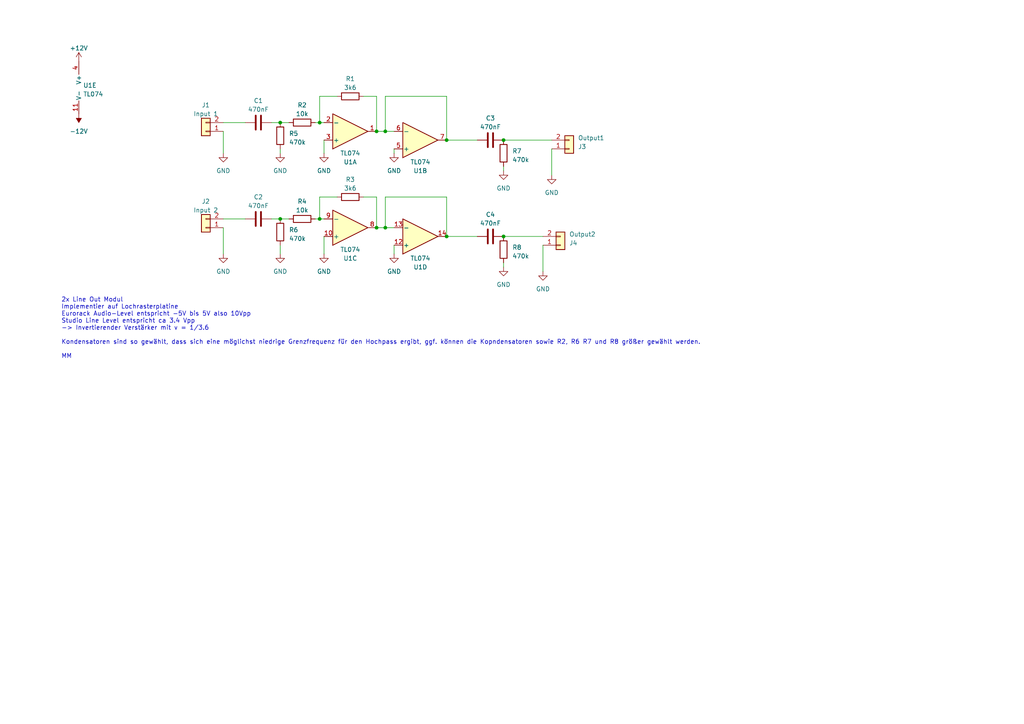
<source format=kicad_sch>
(kicad_sch (version 20230121) (generator eeschema)
  (paper "A4")
  (lib_symbols
    (symbol "Amplifier_Operational:TL074" (pin_names (offset 0.127))
      (property "Reference" "U" (at 0 5.08 0))
      (property "Value" "TL074" (at 0 -5.08 0))
      (symbol "TL074_1_1"
        (polyline (pts (xy -5.08 5.08) (xy 5.08 0) (xy -5.08 -5.08) (xy -5.08 5.08)) (stroke (width 0.254)) (fill (type background)))
        (pin output line (at 7.62 0 180) (length 2.54) (name "~") (number "1"))
        (pin input line (at -7.62 -2.54 0) (length 2.54) (name "-") (number "2"))
        (pin input line (at -7.62 2.54 0) (length 2.54) (name "+") (number "3"))
      )
      (symbol "TL074_2_1"
        (polyline (pts (xy -5.08 5.08) (xy 5.08 0) (xy -5.08 -5.08) (xy -5.08 5.08)) (stroke (width 0.254)) (fill (type background)))
        (pin input line (at -7.62 2.54 0) (length 2.54) (name "+") (number "5"))
        (pin input line (at -7.62 -2.54 0) (length 2.54) (name "-") (number "6"))
        (pin output line (at 7.62 0 180) (length 2.54) (name "~") (number "7"))
      )
      (symbol "TL074_3_1"
        (polyline (pts (xy -5.08 5.08) (xy 5.08 0) (xy -5.08 -5.08) (xy -5.08 5.08)) (stroke (width 0.254)) (fill (type background)))
        (pin input line (at -7.62 2.54 0) (length 2.54) (name "+") (number "10"))
        (pin output line (at 7.62 0 180) (length 2.54) (name "~") (number "8"))
        (pin input line (at -7.62 -2.54 0) (length 2.54) (name "-") (number "9"))
      )
      (symbol "TL074_4_1"
        (polyline (pts (xy -5.08 5.08) (xy 5.08 0) (xy -5.08 -5.08) (xy -5.08 5.08)) (stroke (width 0.254)) (fill (type background)))
        (pin input line (at -7.62 2.54 0) (length 2.54) (name "+") (number "12"))
        (pin input line (at -7.62 -2.54 0) (length 2.54) (name "-") (number "13"))
        (pin output line (at 7.62 0 180) (length 2.54) (name "~") (number "14"))
      )
      (symbol "TL074_5_1"
        (pin power_in line (at -2.54 -7.62 90) (length 3.81) (name "V-") (number "11"))
        (pin power_in line (at -2.54 7.62 270) (length 3.81) (name "V+") (number "4"))
      )
    )
    (symbol "Connector_Generic:Conn_01x02" (pin_names (offset 1.016) hide)
      (property "Reference" "J" (at 0 2.54 0))
      (property "Value" "Conn_01x02" (at 0 -5.08 0))
      (symbol "Conn_01x02_1_1"
        (rectangle (start -1.27 -2.413) (end 0 -2.667) (stroke (width 0.1524)))
        (rectangle (start -1.27 0.127) (end 0 -0.127) (stroke (width 0.1524)))
        (rectangle (start -1.27 1.27) (end 1.27 -3.81) (stroke (width 0.254)) (fill (type background)))
        (pin passive line (at -5.08 0 0) (length 3.81) (name "Pin_1") (number "1"))
        (pin passive line (at -5.08 -2.54 0) (length 3.81) (name "Pin_2") (number "2"))
      )
    )
    (symbol "Device:C" (pin_numbers hide) (pin_names (offset 0.254))
      (property "Reference" "C" (at 0.635 2.54 0))
      (property "Value" "C" (at 0.635 -2.54 0))
      (symbol "C_0_1"
        (polyline (pts (xy -2.032 -0.762) (xy 2.032 -0.762)) (stroke (width 0.508)))
        (polyline (pts (xy -2.032 0.762) (xy 2.032 0.762)) (stroke (width 0.508)))
      )
      (symbol "C_1_1"
        (pin passive line (at 0 3.81 270) (length 2.794) (name "~") (number "1"))
        (pin passive line (at 0 -3.81 90) (length 2.794) (name "~") (number "2"))
      )
    )
    (symbol "Device:R" (pin_numbers hide) (pin_names (offset 0))
      (property "Reference" "R" (at 2.032 0 90))
      (property "Value" "R" (at 0 0 90))
      (symbol "R_0_1"
        (rectangle (start -1.016 -2.54) (end 1.016 2.54) (stroke (width 0.254)))
      )
      (symbol "R_1_1"
        (pin passive line (at 0 3.81 270) (length 1.27) (name "~") (number "1"))
        (pin passive line (at 0 -3.81 90) (length 1.27) (name "~") (number "2"))
      )
    )
    (symbol "power:+12V" (power) (pin_names (offset 0))
      (property "Value" "+12V" (at 0 3.556 0))
      (symbol "+12V_0_1"
        (polyline (pts (xy -0.762 1.27) (xy 0 2.54)))
        (polyline (pts (xy 0 0) (xy 0 2.54)))
        (polyline (pts (xy 0 2.54) (xy 0.762 1.27)))
      )
      (symbol "+12V_1_1"
        (pin power_in line (at 0 0 90) (length 0) hide (name "+12V") (number "1"))
      )
    )
    (symbol "power:-12V" (power) (pin_names (offset 0))
      (property "Value" "-12V" (at 0 3.81 0))
      (symbol "-12V_0_0"
        (pin power_in line (at 0 0 90) (length 0) hide (name "-12V") (number "1"))
      )
      (symbol "-12V_0_1"
        (polyline (pts (xy 0 0) (xy 0 1.27) (xy 0.762 1.27) (xy 0 2.54) (xy -0.762 1.27) (xy 0 1.27)) (fill (type outline)))
      )
    )
    (symbol "power:GND" (power) (pin_names (offset 0))
      (property "Value" "GND" (at 0 -3.81 0))
      (symbol "GND_0_1"
        (polyline (pts (xy 0 0) (xy 0 -1.27) (xy 1.27 -1.27) (xy 0 -2.54) (xy -1.27 -1.27) (xy 0 -1.27)))
      )
      (symbol "GND_1_1"
        (pin power_in line (at 0 0 270) (length 0) hide (name "GND") (number "1"))
      )
    )
  )
  (junction (at 81.28 63.5))
  (junction (at 146.05 40.64))
  (junction (at 129.54 40.64))
  (junction (at 111.76 66.04))
  (junction (at 109.22 38.1))
  (junction (at 109.22 66.04))
  (junction (at 92.71 63.5))
  (junction (at 111.76 38.1))
  (junction (at 129.54 68.58))
  (junction (at 81.28 35.56))
  (junction (at 92.71 35.56))
  (junction (at 146.05 68.58))
  (wire (pts (xy 92.71 63.5) (xy 93.98 63.5)))
  (wire (pts (xy 146.05 76.2) (xy 146.05 77.47)))
  (wire (pts (xy 93.98 68.58) (xy 93.98 73.66)))
  (wire (pts (xy 109.22 57.15) (xy 109.22 66.04)))
  (wire (pts (xy 64.77 66.04) (xy 64.77 73.66)))
  (wire (pts (xy 111.76 66.04) (xy 111.76 57.15)))
  (wire (pts (xy 129.54 40.64) (xy 138.43 40.64)))
  (wire (pts (xy 111.76 38.1) (xy 114.3 38.1)))
  (wire (pts (xy 109.22 66.04) (xy 111.76 66.04)))
  (wire (pts (xy 146.05 40.64) (xy 160.02 40.64)))
  (wire (pts (xy 111.76 38.1) (xy 111.76 27.94)))
  (wire (pts (xy 114.3 71.12) (xy 114.3 73.66)))
  (wire (pts (xy 91.44 35.56) (xy 92.71 35.56)))
  (wire (pts (xy 81.28 43.18) (xy 81.28 44.45)))
  (wire (pts (xy 92.71 57.15) (xy 92.71 63.5)))
  (wire (pts (xy 64.77 63.5) (xy 71.12 63.5)))
  (wire (pts (xy 92.71 63.5) (xy 91.44 63.5)))
  (wire (pts (xy 146.05 68.58) (xy 157.48 68.58)))
  (wire (pts (xy 78.74 63.5) (xy 81.28 63.5)))
  (wire (pts (xy 78.74 35.56) (xy 81.28 35.56)))
  (wire (pts (xy 92.71 35.56) (xy 93.98 35.56)))
  (wire (pts (xy 129.54 57.15) (xy 129.54 68.58)))
  (wire (pts (xy 111.76 57.15) (xy 129.54 57.15)))
  (wire (pts (xy 109.22 38.1) (xy 111.76 38.1)))
  (wire (pts (xy 64.77 38.1) (xy 64.77 44.45)))
  (wire (pts (xy 92.71 27.94) (xy 92.71 35.56)))
  (wire (pts (xy 105.41 57.15) (xy 109.22 57.15)))
  (wire (pts (xy 81.28 35.56) (xy 83.82 35.56)))
  (wire (pts (xy 97.79 57.15) (xy 92.71 57.15)))
  (wire (pts (xy 81.28 63.5) (xy 83.82 63.5)))
  (wire (pts (xy 93.98 40.64) (xy 93.98 44.45)))
  (wire (pts (xy 111.76 27.94) (xy 129.54 27.94)))
  (wire (pts (xy 97.79 27.94) (xy 92.71 27.94)))
  (wire (pts (xy 160.02 43.18) (xy 160.02 50.8)))
  (wire (pts (xy 81.28 71.12) (xy 81.28 73.66)))
  (wire (pts (xy 157.48 71.12) (xy 157.48 78.74)))
  (wire (pts (xy 109.22 27.94) (xy 109.22 38.1)))
  (wire (pts (xy 146.05 48.26) (xy 146.05 49.53)))
  (wire (pts (xy 105.41 27.94) (xy 109.22 27.94)))
  (wire (pts (xy 129.54 68.58) (xy 138.43 68.58)))
  (wire (pts (xy 129.54 27.94) (xy 129.54 40.64)))
  (wire (pts (xy 114.3 43.18) (xy 114.3 44.45)))
  (wire (pts (xy 111.76 66.04) (xy 114.3 66.04)))
  (wire (pts (xy 64.77 35.56) (xy 71.12 35.56)))
  (text "2x Line Out Modul\nImplementier auf Lochrasterplatine\nEurorack Audio-Level entspricht -5V bis 5V also 10Vpp\nStudio Line Level entspricht ca 3.4 Vpp\n-> Invertierender Verstärker mit v = 1/3.6\n\nKondensatoren sind so gewählt, dass sich eine möglichst niedrige Grenzfrequenz für den Hochpass ergibt, ggf. können die Kopndensatoren sowie R2, R6 R7 und R8 größer gewählt werden.\n\nMM " (at 17.78 104.14 0) (effects (font (size 1.27 1.27)) (justify left bottom)))
  (symbol (lib_id "Amplifier_Operational:TL074") (at 121.92 40.64 0) (mirror x) (unit 2)
    (property "Reference" "U1" (at 121.92 49.53 0))
    (property "Value" "TL074" (at 121.92 46.99 0))
    (property "Datasheet" "http://www.ti.com/lit/ds/symlink/tl071.pdf" (effects hide))
  )
  (symbol (lib_id "Device:R") (at 87.63 35.56 270) (unit 1)
    (property "Reference" "R2" (at 87.63 30.48 90))
    (property "Value" "10k" (at 87.63 33.02 90))
  )
  (symbol (lib_id "power:GND") (at 93.98 44.45 0) (unit 1)
    (property "Reference" "#PWR02" (effects hide))
    (property "Value" "GND" (at 93.98 49.53 0))
  )
  (symbol (lib_id "Device:C") (at 142.24 40.64 90) (unit 1)
    (property "Reference" "C3" (at 142.24 34.29 90))
    (property "Value" "470nF" (at 142.24 36.83 90))
  )
  (symbol (lib_id "Device:C") (at 74.93 63.5 90) (unit 1)
    (property "Reference" "C2" (at 74.93 57.15 90))
    (property "Value" "470nF" (at 74.93 59.69 90))
  )
  (symbol (lib_id "Device:C") (at 142.24 68.58 90) (unit 1)
    (property "Reference" "C4" (at 142.24 62.23 90))
    (property "Value" "470nF" (at 142.24 64.77 90))
  )
  (symbol (lib_id "power:GND") (at 81.28 73.66 0) (unit 1)
    (property "Reference" "#PWR06" (effects hide))
    (property "Value" "GND" (at 81.28 78.74 0))
  )
  (symbol (lib_id "power:-12V") (at 22.86 33.02 180) (unit 1)
    (property "Reference" "#PWR010" (effects hide))
    (property "Value" "-12V" (at 22.86 38.1 0))
  )
  (symbol (lib_id "power:GND") (at 93.98 73.66 0) (unit 1)
    (property "Reference" "#PWR03" (effects hide))
    (property "Value" "GND" (at 93.98 78.74 0))
  )
  (symbol (lib_id "power:GND") (at 64.77 73.66 0) (unit 1)
    (property "Reference" "#PWR07" (effects hide))
    (property "Value" "GND" (at 64.77 78.74 0))
  )
  (symbol (lib_id "power:GND") (at 114.3 44.45 0) (unit 1)
    (property "Reference" "#PWR01" (effects hide))
    (property "Value" "GND" (at 114.3 49.53 0))
  )
  (symbol (lib_id "power:GND") (at 114.3 73.66 0) (mirror y) (unit 1)
    (property "Reference" "#PWR04" (effects hide))
    (property "Value" "GND" (at 114.3 78.74 0))
  )
  (symbol (lib_id "power:GND") (at 81.28 44.45 0) (unit 1)
    (property "Reference" "#PWR05" (effects hide))
    (property "Value" "GND" (at 81.28 49.53 0))
  )
  (symbol (lib_id "Device:R") (at 81.28 39.37 0) (unit 1)
    (property "Reference" "R5" (at 83.82 38.735 0) (effects (justify left)))
    (property "Value" "470k" (at 83.82 41.275 0) (effects (justify left)))
  )
  (symbol (lib_id "Amplifier_Operational:TL074") (at 121.92 68.58 0) (mirror x) (unit 4)
    (property "Reference" "U1" (at 121.92 77.47 0))
    (property "Value" "TL074" (at 121.92 74.93 0))
    (property "Datasheet" "http://www.ti.com/lit/ds/symlink/tl071.pdf" (effects hide))
  )
  (symbol (lib_id "Device:R") (at 101.6 57.15 270) (unit 1)
    (property "Reference" "R3" (at 101.6 52.07 90))
    (property "Value" "3k6" (at 101.6 54.61 90))
  )
  (symbol (lib_id "power:GND") (at 146.05 49.53 0) (unit 1)
    (property "Reference" "#PWR011" (effects hide))
    (property "Value" "GND" (at 146.05 54.61 0))
  )
  (symbol (lib_id "Device:R") (at 101.6 27.94 270) (unit 1)
    (property "Reference" "R1" (at 101.6 22.86 90))
    (property "Value" "3k6" (at 101.6 25.4 90))
  )
  (symbol (lib_id "Connector_Generic:Conn_01x02") (at 59.69 66.04 180) (unit 1)
    (property "Reference" "J2" (at 59.69 58.42 0))
    (property "Value" "Input 2" (at 59.69 60.96 0))
  )
  (symbol (lib_id "power:GND") (at 157.48 78.74 0) (unit 1)
    (property "Reference" "#PWR013" (effects hide))
    (property "Value" "GND" (at 157.48 83.82 0))
  )
  (symbol (lib_id "Device:R") (at 146.05 72.39 0) (unit 1)
    (property "Reference" "R8" (at 148.59 71.755 0) (effects (justify left)))
    (property "Value" "470k" (at 148.59 74.295 0) (effects (justify left)))
  )
  (symbol (lib_id "Connector_Generic:Conn_01x02") (at 59.69 38.1 180) (unit 1)
    (property "Reference" "J1" (at 59.69 30.48 0))
    (property "Value" "Input 1" (at 59.69 33.02 0))
  )
  (symbol (lib_id "power:GND") (at 160.02 50.8 0) (unit 1)
    (property "Reference" "#PWR014" (effects hide))
    (property "Value" "GND" (at 160.02 55.88 0))
  )
  (symbol (lib_id "Device:R") (at 146.05 44.45 0) (unit 1)
    (property "Reference" "R7" (at 148.59 43.815 0) (effects (justify left)))
    (property "Value" "470k" (at 148.59 46.355 0) (effects (justify left)))
  )
  (symbol (lib_id "power:GND") (at 146.05 77.47 0) (unit 1)
    (property "Reference" "#PWR012" (effects hide))
    (property "Value" "GND" (at 146.05 82.55 0))
  )
  (symbol (lib_id "Device:R") (at 81.28 67.31 0) (unit 1)
    (property "Reference" "R6" (at 83.82 66.675 0) (effects (justify left)))
    (property "Value" "470k" (at 83.82 69.215 0) (effects (justify left)))
  )
  (symbol (lib_id "power:+12V") (at 22.86 17.78 0) (unit 1)
    (property "Reference" "#PWR09" (effects hide))
    (property "Value" "+12V" (at 22.86 13.97 0))
  )
  (symbol (lib_id "Amplifier_Operational:TL074") (at 101.6 66.04 0) (mirror x) (unit 3)
    (property "Reference" "U1" (at 101.6 74.93 0))
    (property "Value" "TL074" (at 101.6 72.39 0))
    (property "Datasheet" "http://www.ti.com/lit/ds/symlink/tl071.pdf" (effects hide))
  )
  (symbol (lib_id "Connector_Generic:Conn_01x02") (at 165.1 43.18 0) (mirror x) (unit 1)
    (property "Reference" "J3" (at 167.64 42.545 0) (effects (justify left)))
    (property "Value" "Output1" (at 167.64 40.005 0) (effects (justify left)))
  )
  (symbol (lib_id "Device:R") (at 87.63 63.5 270) (unit 1)
    (property "Reference" "R4" (at 87.63 58.42 90))
    (property "Value" "10k" (at 87.63 60.96 90))
  )
  (symbol (lib_id "power:GND") (at 64.77 44.45 0) (unit 1)
    (property "Reference" "#PWR08" (effects hide))
    (property "Value" "GND" (at 64.77 49.53 0))
  )
  (symbol (lib_id "Amplifier_Operational:TL074") (at 25.4 25.4 0) (unit 5)
    (property "Reference" "U1" (at 24.13 24.765 0) (effects (justify left)))
    (property "Value" "TL074" (at 24.13 27.305 0) (effects (justify left)))
    (property "Datasheet" "http://www.ti.com/lit/ds/symlink/tl071.pdf" (effects hide))
  )
  (symbol (lib_id "Amplifier_Operational:TL074") (at 101.6 38.1 0) (mirror x) (unit 1)
    (property "Reference" "U1" (at 101.6 46.99 0))
    (property "Value" "TL074" (at 101.6 44.45 0))
    (property "Datasheet" "http://www.ti.com/lit/ds/symlink/tl071.pdf" (effects hide))
  )
  (symbol (lib_id "Connector_Generic:Conn_01x02") (at 162.56 71.12 0) (mirror x) (unit 1)
    (property "Reference" "J4" (at 165.1 70.485 0) (effects (justify left)))
    (property "Value" "Output2" (at 165.1 67.945 0) (effects (justify left)))
  )
  (symbol (lib_id "Device:C") (at 74.93 35.56 90) (unit 1)
    (property "Reference" "C1" (at 74.93 29.21 90))
    (property "Value" "470nF" (at 74.93 31.75 90))
  )
)
</source>
